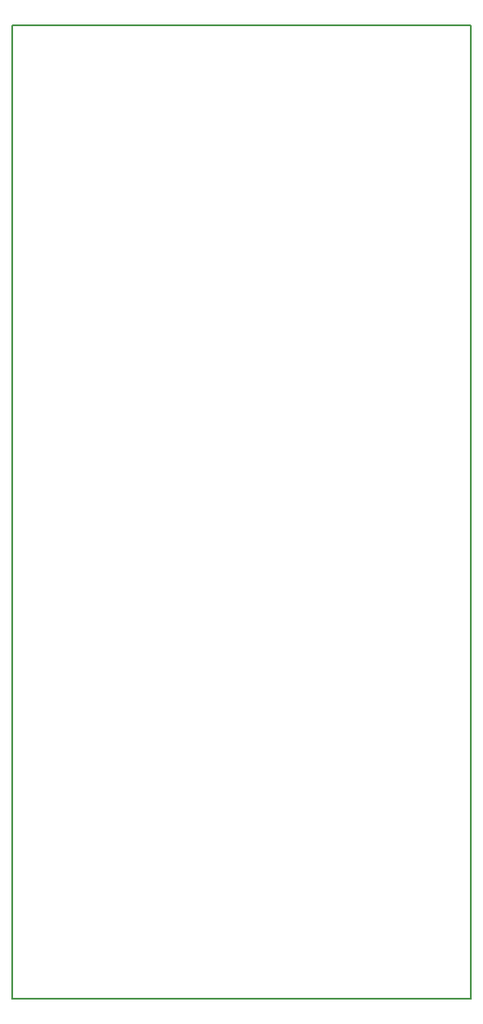
<source format=gbr>
%TF.GenerationSoftware,KiCad,Pcbnew,8.0.8-8.0.8-0~ubuntu24.04.1*%
%TF.CreationDate,2025-01-20T22:43:54-03:00*%
%TF.ProjectId,Power,506f7765-722e-46b6-9963-61645f706362,rev?*%
%TF.SameCoordinates,Original*%
%TF.FileFunction,Profile,NP*%
%FSLAX46Y46*%
G04 Gerber Fmt 4.6, Leading zero omitted, Abs format (unit mm)*
G04 Created by KiCad (PCBNEW 8.0.8-8.0.8-0~ubuntu24.04.1) date 2025-01-20 22:43:54*
%MOMM*%
%LPD*%
G01*
G04 APERTURE LIST*
%TA.AperFunction,Profile*%
%ADD10C,0.200000*%
%TD*%
G04 APERTURE END LIST*
D10*
X104500000Y-59500000D02*
X149000000Y-59500000D01*
X149000000Y-154000000D01*
X104500000Y-154000000D01*
X104500000Y-59500000D01*
M02*

</source>
